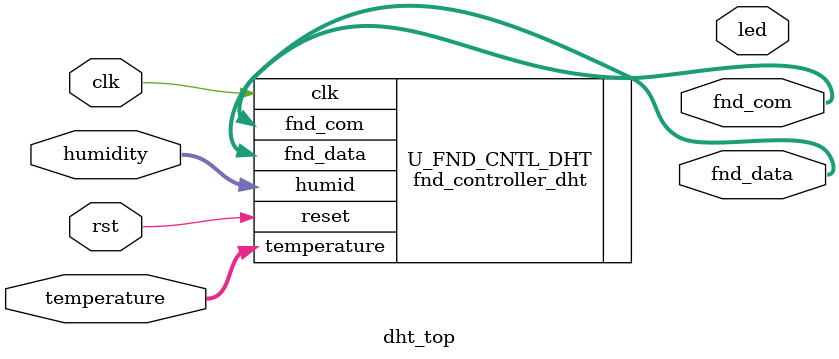
<source format=v>
`timescale 1ns / 1ps

module dht_top (
    input        clk,
    input        rst,
    input [7:0] humidity,
    input [7:0] temperature,
    // input        rx,
    // inout        dht_io,
    output [3:0] fnd_com,
    output [7:0] fnd_data,
    output       led
);

    wire w_btn;
    wire w_tick;
    wire [7:0] w_temperature, w_humid;
    wire [7:0] w_start;
    wire [7:0] w_data;
    wire w_start_trigger, w_push_trigger;

    // uart_top U_UART (
    //     .clk(clk),
    //     .rst(rst),
    //     .rx(rx),
    //     .data(w_data),
    //     .push_trigger(w_push_trigger),
    //     .tx(tx),
    //     .rx_pop_data(w_start)
    // );

    fnd_controller_dht U_FND_CNTL_DHT (
        .clk(clk),
        .reset(rst),
        .temperature(temperature),
        .humid(humidity),
        .fnd_data(fnd_data),
        .fnd_com(fnd_com)
    );
    // dht_tick_gen_1us U_TICK_GEN (
    //     .clk       (clk),
    //     .rst       (rst),
    //     .o_tick_1us(w_tick)
    // );
    // dht11_control_unit U_DHT11_CU (
    //     .clk          (clk),
    //     .rst          (rst),
    //     .i_start      (w_start),
    //     .dht_io       (dht_io),
    //     .o_valid      (led),
    //     .temperature  (w_temperature),
    //     .humid        (w_humid),
    //     .start_trigger(w_start_trigger)
    // );
    // dht_sender U_DHT_SENDER (
    //     .clk(clk),
    //     .rst(rst),
    //     .humidity(w_humid),
    //     .temperature(w_temperature),
    //     .start_trigger(w_start_trigger),
    //     .o_data(w_data),
    //     .push_trigger(w_push_trigger)
    // );

endmodule



</source>
